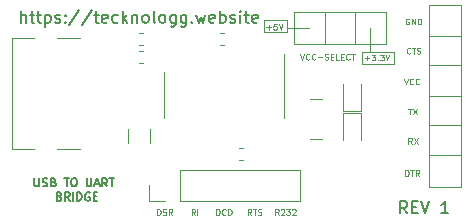
<source format=gbr>
%TF.GenerationSoftware,KiCad,Pcbnew,(5.1.6)-1*%
%TF.CreationDate,2020-06-26T00:22:10+04:00*%
%TF.ProjectId,ch340c-progarmmer,63683334-3063-42d7-9072-6f6761726d6d,rev?*%
%TF.SameCoordinates,Original*%
%TF.FileFunction,Legend,Top*%
%TF.FilePolarity,Positive*%
%FSLAX46Y46*%
G04 Gerber Fmt 4.6, Leading zero omitted, Abs format (unit mm)*
G04 Created by KiCad (PCBNEW (5.1.6)-1) date 2020-06-26 00:22:10*
%MOMM*%
%LPD*%
G01*
G04 APERTURE LIST*
%ADD10C,0.120000*%
%ADD11C,0.150000*%
%ADD12C,0.125000*%
G04 APERTURE END LIST*
D10*
X203898500Y-52324000D02*
X206565500Y-52324000D01*
X203898500Y-49784000D02*
X206565500Y-49784000D01*
X203898500Y-47307500D02*
X206565500Y-47307500D01*
X203898500Y-44704000D02*
X206565500Y-44704000D01*
X203898500Y-39624000D02*
X203902000Y-42227500D01*
X205232000Y-39627500D02*
X203898500Y-39624000D01*
X206562000Y-40957500D02*
X206565500Y-42291000D01*
X197612000Y-40195500D02*
X197612000Y-42862500D01*
X193802000Y-40199000D02*
X195135500Y-40195500D01*
X192468500Y-42862500D02*
X195072000Y-42859000D01*
X192468500Y-42799000D02*
X192468500Y-42862500D01*
X192468500Y-41529000D02*
X192468500Y-42799000D01*
D11*
X202025428Y-57221380D02*
X201692095Y-56745190D01*
X201454000Y-57221380D02*
X201454000Y-56221380D01*
X201834952Y-56221380D01*
X201930190Y-56269000D01*
X201977809Y-56316619D01*
X202025428Y-56411857D01*
X202025428Y-56554714D01*
X201977809Y-56649952D01*
X201930190Y-56697571D01*
X201834952Y-56745190D01*
X201454000Y-56745190D01*
X202454000Y-56697571D02*
X202787333Y-56697571D01*
X202930190Y-57221380D02*
X202454000Y-57221380D01*
X202454000Y-56221380D01*
X202930190Y-56221380D01*
X203215904Y-56221380D02*
X203549238Y-57221380D01*
X203882571Y-56221380D01*
X205501619Y-57221380D02*
X204930190Y-57221380D01*
X205215904Y-57221380D02*
X205215904Y-56221380D01*
X205120666Y-56364238D01*
X205025428Y-56459476D01*
X204930190Y-56507095D01*
X169324000Y-41092380D02*
X169324000Y-40092380D01*
X169752571Y-41092380D02*
X169752571Y-40568571D01*
X169704952Y-40473333D01*
X169609714Y-40425714D01*
X169466857Y-40425714D01*
X169371619Y-40473333D01*
X169324000Y-40520952D01*
X170085904Y-40425714D02*
X170466857Y-40425714D01*
X170228761Y-40092380D02*
X170228761Y-40949523D01*
X170276380Y-41044761D01*
X170371619Y-41092380D01*
X170466857Y-41092380D01*
X170657333Y-40425714D02*
X171038285Y-40425714D01*
X170800190Y-40092380D02*
X170800190Y-40949523D01*
X170847809Y-41044761D01*
X170943047Y-41092380D01*
X171038285Y-41092380D01*
X171371619Y-40425714D02*
X171371619Y-41425714D01*
X171371619Y-40473333D02*
X171466857Y-40425714D01*
X171657333Y-40425714D01*
X171752571Y-40473333D01*
X171800190Y-40520952D01*
X171847809Y-40616190D01*
X171847809Y-40901904D01*
X171800190Y-40997142D01*
X171752571Y-41044761D01*
X171657333Y-41092380D01*
X171466857Y-41092380D01*
X171371619Y-41044761D01*
X172228761Y-41044761D02*
X172324000Y-41092380D01*
X172514476Y-41092380D01*
X172609714Y-41044761D01*
X172657333Y-40949523D01*
X172657333Y-40901904D01*
X172609714Y-40806666D01*
X172514476Y-40759047D01*
X172371619Y-40759047D01*
X172276380Y-40711428D01*
X172228761Y-40616190D01*
X172228761Y-40568571D01*
X172276380Y-40473333D01*
X172371619Y-40425714D01*
X172514476Y-40425714D01*
X172609714Y-40473333D01*
X173085904Y-40997142D02*
X173133523Y-41044761D01*
X173085904Y-41092380D01*
X173038285Y-41044761D01*
X173085904Y-40997142D01*
X173085904Y-41092380D01*
X173085904Y-40473333D02*
X173133523Y-40520952D01*
X173085904Y-40568571D01*
X173038285Y-40520952D01*
X173085904Y-40473333D01*
X173085904Y-40568571D01*
X174276380Y-40044761D02*
X173419238Y-41330476D01*
X175324000Y-40044761D02*
X174466857Y-41330476D01*
X175514476Y-40425714D02*
X175895428Y-40425714D01*
X175657333Y-40092380D02*
X175657333Y-40949523D01*
X175704952Y-41044761D01*
X175800190Y-41092380D01*
X175895428Y-41092380D01*
X176609714Y-41044761D02*
X176514476Y-41092380D01*
X176324000Y-41092380D01*
X176228761Y-41044761D01*
X176181142Y-40949523D01*
X176181142Y-40568571D01*
X176228761Y-40473333D01*
X176324000Y-40425714D01*
X176514476Y-40425714D01*
X176609714Y-40473333D01*
X176657333Y-40568571D01*
X176657333Y-40663809D01*
X176181142Y-40759047D01*
X177514476Y-41044761D02*
X177419238Y-41092380D01*
X177228761Y-41092380D01*
X177133523Y-41044761D01*
X177085904Y-40997142D01*
X177038285Y-40901904D01*
X177038285Y-40616190D01*
X177085904Y-40520952D01*
X177133523Y-40473333D01*
X177228761Y-40425714D01*
X177419238Y-40425714D01*
X177514476Y-40473333D01*
X177943047Y-41092380D02*
X177943047Y-40092380D01*
X178038285Y-40711428D02*
X178324000Y-41092380D01*
X178324000Y-40425714D02*
X177943047Y-40806666D01*
X178752571Y-40425714D02*
X178752571Y-41092380D01*
X178752571Y-40520952D02*
X178800190Y-40473333D01*
X178895428Y-40425714D01*
X179038285Y-40425714D01*
X179133523Y-40473333D01*
X179181142Y-40568571D01*
X179181142Y-41092380D01*
X179800190Y-41092380D02*
X179704952Y-41044761D01*
X179657333Y-40997142D01*
X179609714Y-40901904D01*
X179609714Y-40616190D01*
X179657333Y-40520952D01*
X179704952Y-40473333D01*
X179800190Y-40425714D01*
X179943047Y-40425714D01*
X180038285Y-40473333D01*
X180085904Y-40520952D01*
X180133523Y-40616190D01*
X180133523Y-40901904D01*
X180085904Y-40997142D01*
X180038285Y-41044761D01*
X179943047Y-41092380D01*
X179800190Y-41092380D01*
X180704952Y-41092380D02*
X180609714Y-41044761D01*
X180562095Y-40949523D01*
X180562095Y-40092380D01*
X181228761Y-41092380D02*
X181133523Y-41044761D01*
X181085904Y-40997142D01*
X181038285Y-40901904D01*
X181038285Y-40616190D01*
X181085904Y-40520952D01*
X181133523Y-40473333D01*
X181228761Y-40425714D01*
X181371619Y-40425714D01*
X181466857Y-40473333D01*
X181514476Y-40520952D01*
X181562095Y-40616190D01*
X181562095Y-40901904D01*
X181514476Y-40997142D01*
X181466857Y-41044761D01*
X181371619Y-41092380D01*
X181228761Y-41092380D01*
X182419238Y-40425714D02*
X182419238Y-41235238D01*
X182371619Y-41330476D01*
X182324000Y-41378095D01*
X182228761Y-41425714D01*
X182085904Y-41425714D01*
X181990666Y-41378095D01*
X182419238Y-41044761D02*
X182324000Y-41092380D01*
X182133523Y-41092380D01*
X182038285Y-41044761D01*
X181990666Y-40997142D01*
X181943047Y-40901904D01*
X181943047Y-40616190D01*
X181990666Y-40520952D01*
X182038285Y-40473333D01*
X182133523Y-40425714D01*
X182324000Y-40425714D01*
X182419238Y-40473333D01*
X183324000Y-40425714D02*
X183324000Y-41235238D01*
X183276380Y-41330476D01*
X183228761Y-41378095D01*
X183133523Y-41425714D01*
X182990666Y-41425714D01*
X182895428Y-41378095D01*
X183324000Y-41044761D02*
X183228761Y-41092380D01*
X183038285Y-41092380D01*
X182943047Y-41044761D01*
X182895428Y-40997142D01*
X182847809Y-40901904D01*
X182847809Y-40616190D01*
X182895428Y-40520952D01*
X182943047Y-40473333D01*
X183038285Y-40425714D01*
X183228761Y-40425714D01*
X183324000Y-40473333D01*
X183800190Y-40997142D02*
X183847809Y-41044761D01*
X183800190Y-41092380D01*
X183752571Y-41044761D01*
X183800190Y-40997142D01*
X183800190Y-41092380D01*
X184181142Y-40425714D02*
X184371619Y-41092380D01*
X184562095Y-40616190D01*
X184752571Y-41092380D01*
X184943047Y-40425714D01*
X185704952Y-41044761D02*
X185609714Y-41092380D01*
X185419238Y-41092380D01*
X185324000Y-41044761D01*
X185276380Y-40949523D01*
X185276380Y-40568571D01*
X185324000Y-40473333D01*
X185419238Y-40425714D01*
X185609714Y-40425714D01*
X185704952Y-40473333D01*
X185752571Y-40568571D01*
X185752571Y-40663809D01*
X185276380Y-40759047D01*
X186181142Y-41092380D02*
X186181142Y-40092380D01*
X186181142Y-40473333D02*
X186276380Y-40425714D01*
X186466857Y-40425714D01*
X186562095Y-40473333D01*
X186609714Y-40520952D01*
X186657333Y-40616190D01*
X186657333Y-40901904D01*
X186609714Y-40997142D01*
X186562095Y-41044761D01*
X186466857Y-41092380D01*
X186276380Y-41092380D01*
X186181142Y-41044761D01*
X187038285Y-41044761D02*
X187133523Y-41092380D01*
X187324000Y-41092380D01*
X187419238Y-41044761D01*
X187466857Y-40949523D01*
X187466857Y-40901904D01*
X187419238Y-40806666D01*
X187324000Y-40759047D01*
X187181142Y-40759047D01*
X187085904Y-40711428D01*
X187038285Y-40616190D01*
X187038285Y-40568571D01*
X187085904Y-40473333D01*
X187181142Y-40425714D01*
X187324000Y-40425714D01*
X187419238Y-40473333D01*
X187895428Y-41092380D02*
X187895428Y-40425714D01*
X187895428Y-40092380D02*
X187847809Y-40140000D01*
X187895428Y-40187619D01*
X187943047Y-40140000D01*
X187895428Y-40092380D01*
X187895428Y-40187619D01*
X188228761Y-40425714D02*
X188609714Y-40425714D01*
X188371619Y-40092380D02*
X188371619Y-40949523D01*
X188419238Y-41044761D01*
X188514476Y-41092380D01*
X188609714Y-41092380D01*
X189324000Y-41044761D02*
X189228761Y-41092380D01*
X189038285Y-41092380D01*
X188943047Y-41044761D01*
X188895428Y-40949523D01*
X188895428Y-40568571D01*
X188943047Y-40473333D01*
X189038285Y-40425714D01*
X189228761Y-40425714D01*
X189324000Y-40473333D01*
X189371619Y-40568571D01*
X189371619Y-40663809D01*
X188895428Y-40759047D01*
D12*
X191146976Y-57376190D02*
X190980309Y-57138095D01*
X190861261Y-57376190D02*
X190861261Y-56876190D01*
X191051738Y-56876190D01*
X191099357Y-56900000D01*
X191123166Y-56923809D01*
X191146976Y-56971428D01*
X191146976Y-57042857D01*
X191123166Y-57090476D01*
X191099357Y-57114285D01*
X191051738Y-57138095D01*
X190861261Y-57138095D01*
X191337452Y-56923809D02*
X191361261Y-56900000D01*
X191408880Y-56876190D01*
X191527928Y-56876190D01*
X191575547Y-56900000D01*
X191599357Y-56923809D01*
X191623166Y-56971428D01*
X191623166Y-57019047D01*
X191599357Y-57090476D01*
X191313642Y-57376190D01*
X191623166Y-57376190D01*
X191789833Y-56876190D02*
X192099357Y-56876190D01*
X191932690Y-57066666D01*
X192004119Y-57066666D01*
X192051738Y-57090476D01*
X192075547Y-57114285D01*
X192099357Y-57161904D01*
X192099357Y-57280952D01*
X192075547Y-57328571D01*
X192051738Y-57352380D01*
X192004119Y-57376190D01*
X191861261Y-57376190D01*
X191813642Y-57352380D01*
X191789833Y-57328571D01*
X192289833Y-56923809D02*
X192313642Y-56900000D01*
X192361261Y-56876190D01*
X192480309Y-56876190D01*
X192527928Y-56900000D01*
X192551738Y-56923809D01*
X192575547Y-56971428D01*
X192575547Y-57019047D01*
X192551738Y-57090476D01*
X192266023Y-57376190D01*
X192575547Y-57376190D01*
X188829190Y-57376190D02*
X188662523Y-57138095D01*
X188543476Y-57376190D02*
X188543476Y-56876190D01*
X188733952Y-56876190D01*
X188781571Y-56900000D01*
X188805380Y-56923809D01*
X188829190Y-56971428D01*
X188829190Y-57042857D01*
X188805380Y-57090476D01*
X188781571Y-57114285D01*
X188733952Y-57138095D01*
X188543476Y-57138095D01*
X188972047Y-56876190D02*
X189257761Y-56876190D01*
X189114904Y-57376190D02*
X189114904Y-56876190D01*
X189400619Y-57352380D02*
X189472047Y-57376190D01*
X189591095Y-57376190D01*
X189638714Y-57352380D01*
X189662523Y-57328571D01*
X189686333Y-57280952D01*
X189686333Y-57233333D01*
X189662523Y-57185714D01*
X189638714Y-57161904D01*
X189591095Y-57138095D01*
X189495857Y-57114285D01*
X189448238Y-57090476D01*
X189424428Y-57066666D01*
X189400619Y-57019047D01*
X189400619Y-56971428D01*
X189424428Y-56923809D01*
X189448238Y-56900000D01*
X189495857Y-56876190D01*
X189614904Y-56876190D01*
X189686333Y-56900000D01*
X185868547Y-57376190D02*
X185868547Y-56876190D01*
X185987595Y-56876190D01*
X186059023Y-56900000D01*
X186106642Y-56947619D01*
X186130452Y-56995238D01*
X186154261Y-57090476D01*
X186154261Y-57161904D01*
X186130452Y-57257142D01*
X186106642Y-57304761D01*
X186059023Y-57352380D01*
X185987595Y-57376190D01*
X185868547Y-57376190D01*
X186654261Y-57328571D02*
X186630452Y-57352380D01*
X186559023Y-57376190D01*
X186511404Y-57376190D01*
X186439976Y-57352380D01*
X186392357Y-57304761D01*
X186368547Y-57257142D01*
X186344738Y-57161904D01*
X186344738Y-57090476D01*
X186368547Y-56995238D01*
X186392357Y-56947619D01*
X186439976Y-56900000D01*
X186511404Y-56876190D01*
X186559023Y-56876190D01*
X186630452Y-56900000D01*
X186654261Y-56923809D01*
X186868547Y-57376190D02*
X186868547Y-56876190D01*
X186987595Y-56876190D01*
X187059023Y-56900000D01*
X187106642Y-56947619D01*
X187130452Y-56995238D01*
X187154261Y-57090476D01*
X187154261Y-57161904D01*
X187130452Y-57257142D01*
X187106642Y-57304761D01*
X187059023Y-57352380D01*
X186987595Y-57376190D01*
X186868547Y-57376190D01*
X184058714Y-57376190D02*
X183892047Y-57138095D01*
X183773000Y-57376190D02*
X183773000Y-56876190D01*
X183963476Y-56876190D01*
X184011095Y-56900000D01*
X184034904Y-56923809D01*
X184058714Y-56971428D01*
X184058714Y-57042857D01*
X184034904Y-57090476D01*
X184011095Y-57114285D01*
X183963476Y-57138095D01*
X183773000Y-57138095D01*
X184273000Y-57376190D02*
X184273000Y-56876190D01*
X180863952Y-57376190D02*
X180863952Y-56876190D01*
X180983000Y-56876190D01*
X181054428Y-56900000D01*
X181102047Y-56947619D01*
X181125857Y-56995238D01*
X181149666Y-57090476D01*
X181149666Y-57161904D01*
X181125857Y-57257142D01*
X181102047Y-57304761D01*
X181054428Y-57352380D01*
X180983000Y-57376190D01*
X180863952Y-57376190D01*
X181340142Y-57352380D02*
X181411571Y-57376190D01*
X181530619Y-57376190D01*
X181578238Y-57352380D01*
X181602047Y-57328571D01*
X181625857Y-57280952D01*
X181625857Y-57233333D01*
X181602047Y-57185714D01*
X181578238Y-57161904D01*
X181530619Y-57138095D01*
X181435380Y-57114285D01*
X181387761Y-57090476D01*
X181363952Y-57066666D01*
X181340142Y-57019047D01*
X181340142Y-56971428D01*
X181363952Y-56923809D01*
X181387761Y-56900000D01*
X181435380Y-56876190D01*
X181554428Y-56876190D01*
X181625857Y-56900000D01*
X182125857Y-57376190D02*
X181959190Y-57138095D01*
X181840142Y-57376190D02*
X181840142Y-56876190D01*
X182030619Y-56876190D01*
X182078238Y-56900000D01*
X182102047Y-56923809D01*
X182125857Y-56971428D01*
X182125857Y-57042857D01*
X182102047Y-57090476D01*
X182078238Y-57114285D01*
X182030619Y-57138095D01*
X181840142Y-57138095D01*
D11*
X170453500Y-54261666D02*
X170453500Y-54828333D01*
X170486833Y-54895000D01*
X170520166Y-54928333D01*
X170586833Y-54961666D01*
X170720166Y-54961666D01*
X170786833Y-54928333D01*
X170820166Y-54895000D01*
X170853500Y-54828333D01*
X170853500Y-54261666D01*
X171153500Y-54928333D02*
X171253500Y-54961666D01*
X171420166Y-54961666D01*
X171486833Y-54928333D01*
X171520166Y-54895000D01*
X171553500Y-54828333D01*
X171553500Y-54761666D01*
X171520166Y-54695000D01*
X171486833Y-54661666D01*
X171420166Y-54628333D01*
X171286833Y-54595000D01*
X171220166Y-54561666D01*
X171186833Y-54528333D01*
X171153500Y-54461666D01*
X171153500Y-54395000D01*
X171186833Y-54328333D01*
X171220166Y-54295000D01*
X171286833Y-54261666D01*
X171453500Y-54261666D01*
X171553500Y-54295000D01*
X172086833Y-54595000D02*
X172186833Y-54628333D01*
X172220166Y-54661666D01*
X172253500Y-54728333D01*
X172253500Y-54828333D01*
X172220166Y-54895000D01*
X172186833Y-54928333D01*
X172120166Y-54961666D01*
X171853500Y-54961666D01*
X171853500Y-54261666D01*
X172086833Y-54261666D01*
X172153500Y-54295000D01*
X172186833Y-54328333D01*
X172220166Y-54395000D01*
X172220166Y-54461666D01*
X172186833Y-54528333D01*
X172153500Y-54561666D01*
X172086833Y-54595000D01*
X171853500Y-54595000D01*
X172986833Y-54261666D02*
X173386833Y-54261666D01*
X173186833Y-54961666D02*
X173186833Y-54261666D01*
X173753500Y-54261666D02*
X173886833Y-54261666D01*
X173953500Y-54295000D01*
X174020166Y-54361666D01*
X174053500Y-54495000D01*
X174053500Y-54728333D01*
X174020166Y-54861666D01*
X173953500Y-54928333D01*
X173886833Y-54961666D01*
X173753500Y-54961666D01*
X173686833Y-54928333D01*
X173620166Y-54861666D01*
X173586833Y-54728333D01*
X173586833Y-54495000D01*
X173620166Y-54361666D01*
X173686833Y-54295000D01*
X173753500Y-54261666D01*
X174886833Y-54261666D02*
X174886833Y-54828333D01*
X174920166Y-54895000D01*
X174953500Y-54928333D01*
X175020166Y-54961666D01*
X175153500Y-54961666D01*
X175220166Y-54928333D01*
X175253500Y-54895000D01*
X175286833Y-54828333D01*
X175286833Y-54261666D01*
X175586833Y-54761666D02*
X175920166Y-54761666D01*
X175520166Y-54961666D02*
X175753500Y-54261666D01*
X175986833Y-54961666D01*
X176620166Y-54961666D02*
X176386833Y-54628333D01*
X176220166Y-54961666D02*
X176220166Y-54261666D01*
X176486833Y-54261666D01*
X176553500Y-54295000D01*
X176586833Y-54328333D01*
X176620166Y-54395000D01*
X176620166Y-54495000D01*
X176586833Y-54561666D01*
X176553500Y-54595000D01*
X176486833Y-54628333D01*
X176220166Y-54628333D01*
X176820166Y-54261666D02*
X177220166Y-54261666D01*
X177020166Y-54961666D02*
X177020166Y-54261666D01*
X172570166Y-55795000D02*
X172670166Y-55828333D01*
X172703500Y-55861666D01*
X172736833Y-55928333D01*
X172736833Y-56028333D01*
X172703500Y-56095000D01*
X172670166Y-56128333D01*
X172603500Y-56161666D01*
X172336833Y-56161666D01*
X172336833Y-55461666D01*
X172570166Y-55461666D01*
X172636833Y-55495000D01*
X172670166Y-55528333D01*
X172703500Y-55595000D01*
X172703500Y-55661666D01*
X172670166Y-55728333D01*
X172636833Y-55761666D01*
X172570166Y-55795000D01*
X172336833Y-55795000D01*
X173436833Y-56161666D02*
X173203500Y-55828333D01*
X173036833Y-56161666D02*
X173036833Y-55461666D01*
X173303500Y-55461666D01*
X173370166Y-55495000D01*
X173403500Y-55528333D01*
X173436833Y-55595000D01*
X173436833Y-55695000D01*
X173403500Y-55761666D01*
X173370166Y-55795000D01*
X173303500Y-55828333D01*
X173036833Y-55828333D01*
X173736833Y-56161666D02*
X173736833Y-55461666D01*
X174070166Y-56161666D02*
X174070166Y-55461666D01*
X174236833Y-55461666D01*
X174336833Y-55495000D01*
X174403500Y-55561666D01*
X174436833Y-55628333D01*
X174470166Y-55761666D01*
X174470166Y-55861666D01*
X174436833Y-55995000D01*
X174403500Y-56061666D01*
X174336833Y-56128333D01*
X174236833Y-56161666D01*
X174070166Y-56161666D01*
X175136833Y-55495000D02*
X175070166Y-55461666D01*
X174970166Y-55461666D01*
X174870166Y-55495000D01*
X174803500Y-55561666D01*
X174770166Y-55628333D01*
X174736833Y-55761666D01*
X174736833Y-55861666D01*
X174770166Y-55995000D01*
X174803500Y-56061666D01*
X174870166Y-56128333D01*
X174970166Y-56161666D01*
X175036833Y-56161666D01*
X175136833Y-56128333D01*
X175170166Y-56095000D01*
X175170166Y-55861666D01*
X175036833Y-55861666D01*
X175470166Y-55795000D02*
X175703500Y-55795000D01*
X175803500Y-56161666D02*
X175470166Y-56161666D01*
X175470166Y-55461666D01*
X175803500Y-55461666D01*
D10*
X191833500Y-41910000D02*
X191833500Y-41529000D01*
X189865000Y-41910000D02*
X191833500Y-41910000D01*
X189865000Y-40894000D02*
X189865000Y-41910000D01*
X191833500Y-40894000D02*
X189865000Y-40894000D01*
X191833500Y-41529000D02*
X191833500Y-40894000D01*
X193675000Y-41529000D02*
X191833500Y-41529000D01*
X198183500Y-43561000D02*
X198945500Y-43561000D01*
X198183500Y-44577000D02*
X198183500Y-43561000D01*
X200914000Y-44577000D02*
X198183500Y-44577000D01*
X200914000Y-43561000D02*
X200914000Y-44577000D01*
X198882000Y-43561000D02*
X200914000Y-43561000D01*
X198882000Y-41529000D02*
X198882000Y-43561000D01*
D12*
X190111142Y-41501214D02*
X190492095Y-41501214D01*
X190301619Y-41691690D02*
X190301619Y-41310738D01*
X190968285Y-41191690D02*
X190730190Y-41191690D01*
X190706380Y-41429785D01*
X190730190Y-41405976D01*
X190777809Y-41382166D01*
X190896857Y-41382166D01*
X190944476Y-41405976D01*
X190968285Y-41429785D01*
X190992095Y-41477404D01*
X190992095Y-41596452D01*
X190968285Y-41644071D01*
X190944476Y-41667880D01*
X190896857Y-41691690D01*
X190777809Y-41691690D01*
X190730190Y-41667880D01*
X190706380Y-41644071D01*
X191134952Y-41191690D02*
X191301619Y-41691690D01*
X191468285Y-41191690D01*
X198453500Y-44104714D02*
X198834452Y-44104714D01*
X198643976Y-44295190D02*
X198643976Y-43914238D01*
X199024928Y-43795190D02*
X199334452Y-43795190D01*
X199167785Y-43985666D01*
X199239214Y-43985666D01*
X199286833Y-44009476D01*
X199310642Y-44033285D01*
X199334452Y-44080904D01*
X199334452Y-44199952D01*
X199310642Y-44247571D01*
X199286833Y-44271380D01*
X199239214Y-44295190D01*
X199096357Y-44295190D01*
X199048738Y-44271380D01*
X199024928Y-44247571D01*
X199548738Y-44247571D02*
X199572547Y-44271380D01*
X199548738Y-44295190D01*
X199524928Y-44271380D01*
X199548738Y-44247571D01*
X199548738Y-44295190D01*
X199739214Y-43795190D02*
X200048738Y-43795190D01*
X199882071Y-43985666D01*
X199953500Y-43985666D01*
X200001119Y-44009476D01*
X200024928Y-44033285D01*
X200048738Y-44080904D01*
X200048738Y-44199952D01*
X200024928Y-44247571D01*
X200001119Y-44271380D01*
X199953500Y-44295190D01*
X199810642Y-44295190D01*
X199763023Y-44271380D01*
X199739214Y-44247571D01*
X200191595Y-43795190D02*
X200358261Y-44295190D01*
X200524928Y-43795190D01*
X201866571Y-54074190D02*
X201866571Y-53574190D01*
X201985619Y-53574190D01*
X202057047Y-53598000D01*
X202104666Y-53645619D01*
X202128476Y-53693238D01*
X202152285Y-53788476D01*
X202152285Y-53859904D01*
X202128476Y-53955142D01*
X202104666Y-54002761D01*
X202057047Y-54050380D01*
X201985619Y-54074190D01*
X201866571Y-54074190D01*
X202295142Y-53574190D02*
X202580857Y-53574190D01*
X202438000Y-54074190D02*
X202438000Y-53574190D01*
X203033238Y-54074190D02*
X202866571Y-53836095D01*
X202747523Y-54074190D02*
X202747523Y-53574190D01*
X202938000Y-53574190D01*
X202985619Y-53598000D01*
X203009428Y-53621809D01*
X203033238Y-53669428D01*
X203033238Y-53740857D01*
X203009428Y-53788476D01*
X202985619Y-53812285D01*
X202938000Y-53836095D01*
X202747523Y-53836095D01*
X202418166Y-51343690D02*
X202251500Y-51105595D01*
X202132452Y-51343690D02*
X202132452Y-50843690D01*
X202322928Y-50843690D01*
X202370547Y-50867500D01*
X202394357Y-50891309D01*
X202418166Y-50938928D01*
X202418166Y-51010357D01*
X202394357Y-51057976D01*
X202370547Y-51081785D01*
X202322928Y-51105595D01*
X202132452Y-51105595D01*
X202584833Y-50843690D02*
X202918166Y-51343690D01*
X202918166Y-50843690D02*
X202584833Y-51343690D01*
X202120547Y-48367190D02*
X202406261Y-48367190D01*
X202263404Y-48867190D02*
X202263404Y-48367190D01*
X202525309Y-48367190D02*
X202858642Y-48867190D01*
X202858642Y-48367190D02*
X202525309Y-48867190D01*
X201771333Y-45827190D02*
X201938000Y-46327190D01*
X202104666Y-45827190D01*
X202557047Y-46279571D02*
X202533238Y-46303380D01*
X202461809Y-46327190D01*
X202414190Y-46327190D01*
X202342761Y-46303380D01*
X202295142Y-46255761D01*
X202271333Y-46208142D01*
X202247523Y-46112904D01*
X202247523Y-46041476D01*
X202271333Y-45946238D01*
X202295142Y-45898619D01*
X202342761Y-45851000D01*
X202414190Y-45827190D01*
X202461809Y-45827190D01*
X202533238Y-45851000D01*
X202557047Y-45874809D01*
X203057047Y-46279571D02*
X203033238Y-46303380D01*
X202961809Y-46327190D01*
X202914190Y-46327190D01*
X202842761Y-46303380D01*
X202795142Y-46255761D01*
X202771333Y-46208142D01*
X202747523Y-46112904D01*
X202747523Y-46041476D01*
X202771333Y-45946238D01*
X202795142Y-45898619D01*
X202842761Y-45851000D01*
X202914190Y-45827190D01*
X202961809Y-45827190D01*
X203033238Y-45851000D01*
X203057047Y-45874809D01*
X202291190Y-43676071D02*
X202267380Y-43699880D01*
X202195952Y-43723690D01*
X202148333Y-43723690D01*
X202076904Y-43699880D01*
X202029285Y-43652261D01*
X202005476Y-43604642D01*
X201981666Y-43509404D01*
X201981666Y-43437976D01*
X202005476Y-43342738D01*
X202029285Y-43295119D01*
X202076904Y-43247500D01*
X202148333Y-43223690D01*
X202195952Y-43223690D01*
X202267380Y-43247500D01*
X202291190Y-43271309D01*
X202434047Y-43223690D02*
X202719761Y-43223690D01*
X202576904Y-43723690D02*
X202576904Y-43223690D01*
X202862619Y-43699880D02*
X202934047Y-43723690D01*
X203053095Y-43723690D01*
X203100714Y-43699880D01*
X203124523Y-43676071D01*
X203148333Y-43628452D01*
X203148333Y-43580833D01*
X203124523Y-43533214D01*
X203100714Y-43509404D01*
X203053095Y-43485595D01*
X202957857Y-43461785D01*
X202910238Y-43437976D01*
X202886428Y-43414166D01*
X202862619Y-43366547D01*
X202862619Y-43318928D01*
X202886428Y-43271309D01*
X202910238Y-43247500D01*
X202957857Y-43223690D01*
X203076904Y-43223690D01*
X203148333Y-43247500D01*
X202184047Y-40771000D02*
X202136428Y-40747190D01*
X202065000Y-40747190D01*
X201993571Y-40771000D01*
X201945952Y-40818619D01*
X201922142Y-40866238D01*
X201898333Y-40961476D01*
X201898333Y-41032904D01*
X201922142Y-41128142D01*
X201945952Y-41175761D01*
X201993571Y-41223380D01*
X202065000Y-41247190D01*
X202112619Y-41247190D01*
X202184047Y-41223380D01*
X202207857Y-41199571D01*
X202207857Y-41032904D01*
X202112619Y-41032904D01*
X202422142Y-41247190D02*
X202422142Y-40747190D01*
X202707857Y-41247190D01*
X202707857Y-40747190D01*
X202945952Y-41247190D02*
X202945952Y-40747190D01*
X203065000Y-40747190D01*
X203136428Y-40771000D01*
X203184047Y-40818619D01*
X203207857Y-40866238D01*
X203231666Y-40961476D01*
X203231666Y-41032904D01*
X203207857Y-41128142D01*
X203184047Y-41175761D01*
X203136428Y-41223380D01*
X203065000Y-41247190D01*
X202945952Y-41247190D01*
X192952976Y-43731690D02*
X193119642Y-44231690D01*
X193286309Y-43731690D01*
X193738690Y-44184071D02*
X193714880Y-44207880D01*
X193643452Y-44231690D01*
X193595833Y-44231690D01*
X193524404Y-44207880D01*
X193476785Y-44160261D01*
X193452976Y-44112642D01*
X193429166Y-44017404D01*
X193429166Y-43945976D01*
X193452976Y-43850738D01*
X193476785Y-43803119D01*
X193524404Y-43755500D01*
X193595833Y-43731690D01*
X193643452Y-43731690D01*
X193714880Y-43755500D01*
X193738690Y-43779309D01*
X194238690Y-44184071D02*
X194214880Y-44207880D01*
X194143452Y-44231690D01*
X194095833Y-44231690D01*
X194024404Y-44207880D01*
X193976785Y-44160261D01*
X193952976Y-44112642D01*
X193929166Y-44017404D01*
X193929166Y-43945976D01*
X193952976Y-43850738D01*
X193976785Y-43803119D01*
X194024404Y-43755500D01*
X194095833Y-43731690D01*
X194143452Y-43731690D01*
X194214880Y-43755500D01*
X194238690Y-43779309D01*
X194452976Y-44041214D02*
X194833928Y-44041214D01*
X195048214Y-44207880D02*
X195119642Y-44231690D01*
X195238690Y-44231690D01*
X195286309Y-44207880D01*
X195310119Y-44184071D01*
X195333928Y-44136452D01*
X195333928Y-44088833D01*
X195310119Y-44041214D01*
X195286309Y-44017404D01*
X195238690Y-43993595D01*
X195143452Y-43969785D01*
X195095833Y-43945976D01*
X195072023Y-43922166D01*
X195048214Y-43874547D01*
X195048214Y-43826928D01*
X195072023Y-43779309D01*
X195095833Y-43755500D01*
X195143452Y-43731690D01*
X195262500Y-43731690D01*
X195333928Y-43755500D01*
X195548214Y-43969785D02*
X195714880Y-43969785D01*
X195786309Y-44231690D02*
X195548214Y-44231690D01*
X195548214Y-43731690D01*
X195786309Y-43731690D01*
X196238690Y-44231690D02*
X196000595Y-44231690D01*
X196000595Y-43731690D01*
X196405357Y-43969785D02*
X196572023Y-43969785D01*
X196643452Y-44231690D02*
X196405357Y-44231690D01*
X196405357Y-43731690D01*
X196643452Y-43731690D01*
X197143452Y-44184071D02*
X197119642Y-44207880D01*
X197048214Y-44231690D01*
X197000595Y-44231690D01*
X196929166Y-44207880D01*
X196881547Y-44160261D01*
X196857738Y-44112642D01*
X196833928Y-44017404D01*
X196833928Y-43945976D01*
X196857738Y-43850738D01*
X196881547Y-43803119D01*
X196929166Y-43755500D01*
X197000595Y-43731690D01*
X197048214Y-43731690D01*
X197119642Y-43755500D01*
X197143452Y-43779309D01*
X197286309Y-43731690D02*
X197572023Y-43731690D01*
X197429166Y-44231690D02*
X197429166Y-43731690D01*
D10*
%TO.C,J4*%
X180153000Y-56194000D02*
X180153000Y-54864000D01*
X181483000Y-56194000D02*
X180153000Y-56194000D01*
X182753000Y-56194000D02*
X182753000Y-53534000D01*
X182753000Y-53534000D02*
X192973000Y-53534000D01*
X182753000Y-56194000D02*
X192973000Y-56194000D01*
X192973000Y-56194000D02*
X192973000Y-53534000D01*
%TO.C,U1*%
X181439500Y-47180500D02*
X181439500Y-49130500D01*
X181439500Y-47180500D02*
X181439500Y-45230500D01*
X191559500Y-47180500D02*
X191559500Y-49130500D01*
X191559500Y-47180500D02*
X191559500Y-43730500D01*
%TO.C,J2*%
X192472000Y-41529000D02*
X192472000Y-40199000D01*
X192472000Y-40199000D02*
X193802000Y-40199000D01*
X195072000Y-40199000D02*
X200212000Y-40199000D01*
X200212000Y-42859000D02*
X200212000Y-40199000D01*
X195072000Y-42859000D02*
X200212000Y-42859000D01*
X195072000Y-42859000D02*
X195072000Y-40199000D01*
%TO.C,J3*%
X205232000Y-39627500D02*
X206562000Y-39627500D01*
X206562000Y-39627500D02*
X206562000Y-40957500D01*
X206562000Y-42227500D02*
X206562000Y-54987500D01*
X203902000Y-54987500D02*
X206562000Y-54987500D01*
X203902000Y-42227500D02*
X203902000Y-54987500D01*
X203902000Y-42227500D02*
X206562000Y-42227500D01*
%TO.C,J1*%
X168566000Y-42353500D02*
X168566000Y-51753500D01*
X174366000Y-51753500D02*
X172366000Y-51753500D01*
X170466000Y-51753500D02*
X168566000Y-51753500D01*
X174366000Y-42353500D02*
X172366000Y-42353500D01*
X170466000Y-42353500D02*
X168566000Y-42353500D01*
%TO.C,F1*%
X178414000Y-50070936D02*
X178414000Y-51275064D01*
X180234000Y-50070936D02*
X180234000Y-51275064D01*
%TO.C,D2*%
X198093000Y-48538500D02*
X198093000Y-46253500D01*
X196623000Y-48538500D02*
X198093000Y-48538500D01*
X196623000Y-46253500D02*
X196623000Y-48538500D01*
%TO.C,D1*%
X196623000Y-48743500D02*
X196623000Y-51028500D01*
X198093000Y-48743500D02*
X196623000Y-48743500D01*
X198093000Y-51028500D02*
X198093000Y-48743500D01*
%TO.C,C2*%
X179351721Y-42991500D02*
X179677279Y-42991500D01*
X179351721Y-41971500D02*
X179677279Y-41971500D01*
%TO.C,C1*%
X179351721Y-44515500D02*
X179677279Y-44515500D01*
X179351721Y-43495500D02*
X179677279Y-43495500D01*
%TO.C,C6*%
X186184221Y-42991500D02*
X186509779Y-42991500D01*
X186184221Y-41971500D02*
X186509779Y-41971500D01*
%TO.C,C5*%
X188084779Y-51687000D02*
X187759221Y-51687000D01*
X188084779Y-52707000D02*
X187759221Y-52707000D01*
%TO.C,RN1*%
X194810000Y-47596000D02*
X193810000Y-47596000D01*
X194810000Y-50956000D02*
X193810000Y-50956000D01*
%TD*%
M02*

</source>
